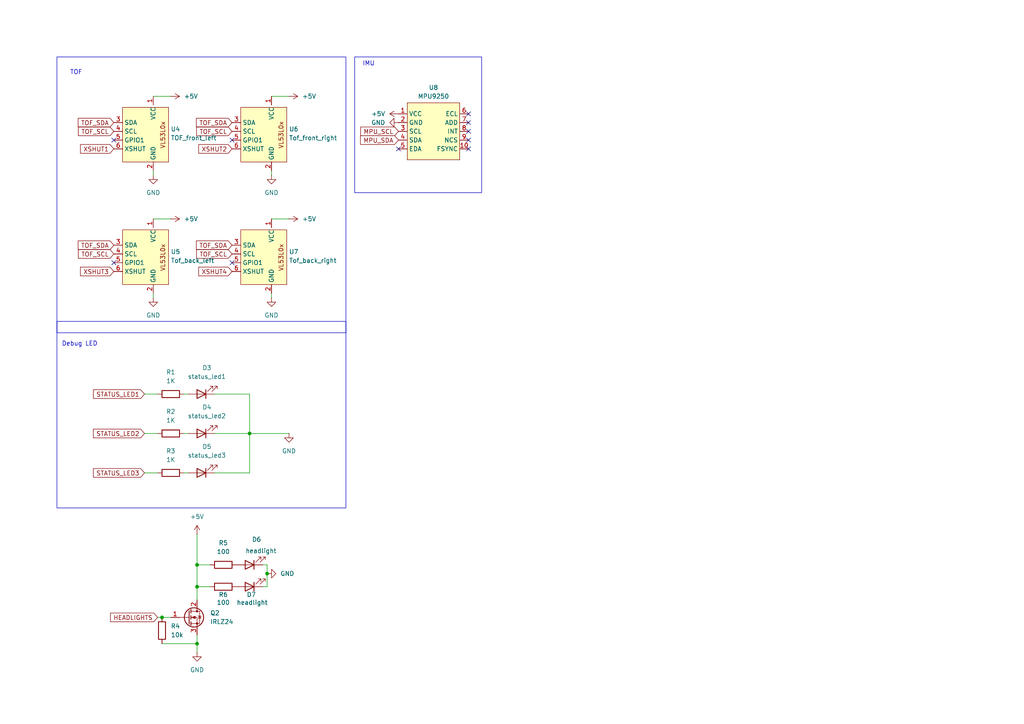
<source format=kicad_sch>
(kicad_sch (version 20250114) (generator "eeschema") (generator_version "9.0")
  (paper "A4")
  (lib_symbols
    (symbol "Device:LED" (pin_numbers (hide yes)) (pin_names (offset 1.016) (hide yes))
      (property "Reference" "D" (at 0 2.54 0))
      (property "Value" "LED" (at 0 -2.54 0))
      (symbol "LED_0_1"
        (polyline (pts (xy -3.048 -0.762) (xy -4.572 -2.286) (xy -3.81 -2.286) (xy -4.572 -2.286) (xy -4.572 -1.524)))
        (polyline (pts (xy -1.778 -0.762) (xy -3.302 -2.286) (xy -2.54 -2.286) (xy -3.302 -2.286) (xy -3.302 -1.524)))
        (polyline (pts (xy -1.27 0) (xy 1.27 0)))
        (polyline (pts (xy -1.27 -1.27) (xy -1.27 1.27)) (stroke (width 0.254)))
        (polyline (pts (xy 1.27 -1.27) (xy 1.27 1.27) (xy -1.27 0) (xy 1.27 -1.27)) (stroke (width 0.254)))
      )
      (symbol "LED_1_1"
        (pin passive line (at -3.81 0 0) (length 2.54) (name "K") (number "1"))
        (pin passive line (at 3.81 0 180) (length 2.54) (name "A") (number "2"))
      )
    )
    (symbol "Device:R" (pin_numbers (hide yes)) (pin_names (offset 0))
      (property "Reference" "R" (at 2.032 0 90))
      (property "Value" "R" (at 0 0 90))
      (symbol "R_0_1"
        (rectangle (start -1.016 -2.54) (end 1.016 2.54) (stroke (width 0.254)))
      )
      (symbol "R_1_1"
        (pin passive line (at 0 3.81 270) (length 1.27) (name "~") (number "1"))
        (pin passive line (at 0 -3.81 90) (length 1.27) (name "~") (number "2"))
      )
    )
    (symbol "Transistor_FET:IRLZ24" (pin_names (hide yes))
      (property "Reference" "Q" (at 5.08 1.905 0))
      (property "Value" "IRLZ24" (at 5.08 0 0))
      (symbol "IRLZ24_0_1"
        (polyline (pts (xy 0.254 1.905) (xy 0.254 -1.905)) (stroke (width 0.254)))
        (polyline (pts (xy 0.254 0) (xy -2.54 0)))
        (polyline (pts (xy 0.762 2.286) (xy 0.762 1.27)) (stroke (width 0.254)))
        (polyline (pts (xy 0.762 0.508) (xy 0.762 -0.508)) (stroke (width 0.254)))
        (polyline (pts (xy 0.762 -1.27) (xy 0.762 -2.286)) (stroke (width 0.254)))
        (polyline (pts (xy 0.762 -1.778) (xy 3.302 -1.778) (xy 3.302 1.778) (xy 0.762 1.778)))
        (polyline (pts (xy 1.016 0) (xy 2.032 0.381) (xy 2.032 -0.381) (xy 1.016 0)) (fill (type outline)))
        (circle (center 1.651 0) (radius 2.794) (stroke (width 0.254)))
        (polyline (pts (xy 2.54 2.54) (xy 2.54 1.778)))
        (circle (center 2.54 1.778) (radius 0.254) (fill (type outline)))
        (circle (center 2.54 -1.778) (radius 0.254) (fill (type outline)))
        (polyline (pts (xy 2.54 -2.54) (xy 2.54 0) (xy 0.762 0)))
        (polyline (pts (xy 2.794 0.508) (xy 2.921 0.381) (xy 3.683 0.381) (xy 3.81 0.254)))
        (polyline (pts (xy 3.302 0.381) (xy 2.921 -0.254) (xy 3.683 -0.254) (xy 3.302 0.381)))
      )
      (symbol "IRLZ24_1_1"
        (pin input line (at -5.08 0 0) (length 2.54) (name "G") (number "1"))
        (pin passive line (at 2.54 5.08 270) (length 2.54) (name "D") (number "2"))
        (pin passive line (at 2.54 -5.08 90) (length 2.54) (name "S") (number "3"))
      )
    )
    (symbol "mpu9250:MPU9250"
      (property "Reference" "U" (at 0 9.398 0))
      (property "Value" "MPU9250" (at 0.254 0.508 90))
      (symbol "MPU9250_0_1"
        (rectangle (start -7.62 8.255) (end 7.62 -8.255) (fill (type background)))
      )
      (symbol "MPU9250_1_1"
        (pin power_in line (at -10.16 5.08 0) (length 2.54) (name "VCC") (number "1"))
        (pin power_in line (at -10.16 2.54 0) (length 2.54) (name "GND") (number "2"))
        (pin input line (at -10.16 0 0) (length 2.54) (name "SCL") (number "3"))
        (pin input line (at -10.16 -2.54 0) (length 2.54) (name "SDA") (number "4"))
        (pin input line (at -10.16 -5.08 0) (length 2.54) (name "EDA") (number "5"))
        (pin input line (at 10.16 5.08 180) (length 2.54) (name "ECL") (number "6"))
        (pin input line (at 10.16 2.54 180) (length 2.54) (name "ADD") (number "7"))
        (pin input line (at 10.16 0 180) (length 2.54) (name "INT") (number "8"))
        (pin input line (at 10.16 -2.54 180) (length 2.54) (name "NCS") (number "9"))
        (pin input line (at 10.16 -5.08 180) (length 2.54) (name "FSYNC") (number "10"))
      )
    )
    (symbol "power:+5V" (power) (pin_numbers (hide yes)) (pin_names (offset 0) (hide yes))
      (property "Value" "+5V" (at 0 3.556 0))
      (symbol "+5V_0_1"
        (polyline (pts (xy -0.762 1.27) (xy 0 2.54)))
        (polyline (pts (xy 0 2.54) (xy 0.762 1.27)))
        (polyline (pts (xy 0 0) (xy 0 2.54)))
      )
      (symbol "+5V_1_1"
        (pin power_in line (at 0 0 90) (length 0) (name "~") (number "1"))
      )
    )
    (symbol "power:GND" (power) (pin_numbers (hide yes)) (pin_names (offset 0) (hide yes))
      (property "Value" "GND" (at 0 -3.81 0))
      (symbol "GND_0_1"
        (polyline (pts (xy 0 0) (xy 0 -1.27) (xy 1.27 -1.27) (xy 0 -2.54) (xy -1.27 -1.27) (xy 0 -1.27)))
      )
      (symbol "GND_1_1"
        (pin power_in line (at 0 0 270) (length 0) (name "~") (number "1"))
      )
    )
    (symbol "vl53l0x_breakout:VL53L0x_Breakout"
      (property "Reference" "U" (at 4.826 9.652 0))
      (symbol "VL53L0x_Breakout_0_1"
        (rectangle (start -6.35 8.255) (end 6.985 -7.62) (fill (type background)))
      )
      (symbol "VL53L0x_Breakout_1_1"
        (text "VL53L0x" (at 5.334 0.254 900) (effects (font (size 1.27 1.27))))
        (pin input line (at -8.89 3.81 0) (length 2.54) (name "SDA") (number "3"))
        (pin input line (at -8.89 1.27 0) (length 2.54) (name "SCL") (number "4"))
        (pin input line (at -8.89 -1.27 0) (length 2.54) (name "GPIO1") (number "5"))
        (pin input line (at -8.89 -3.81 0) (length 2.54) (name "XSHUT") (number "6"))
        (pin power_in line (at 2.54 11.43 270) (length 2.54) (name "VCC") (number "1"))
        (pin power_in line (at 2.54 -10.16 90) (length 2.54) (name "GND") (number "2"))
      )
    )
  )
  (rectangle (start 16.51 93.218) (end 100.33 147.32))
  (rectangle (start 16.51 16.51) (end 100.33 96.52))
  (rectangle (start 102.87 16.51) (end 139.7 55.88))
  (text "IMU" (at 106.934 18.542 0) (effects (font (size 1.27 1.27))))
  (text "Debug LED" (at 23.114 99.822 0) (effects (font (size 1.27 1.27))))
  (text "TOF\n" (at 22.098 21.082 0) (effects (font (size 1.27 1.27))))
  (junction (at 57.15 163.83))
  (junction (at 46.99 179.07))
  (junction (at 72.39 125.73))
  (junction (at 77.47 166.37))
  (junction (at 57.15 186.69))
  (junction (at 57.15 170.18))
  (no_connect (at 135.89 35.56))
  (no_connect (at 135.89 33.02))
  (no_connect (at 67.31 40.64))
  (no_connect (at 135.89 43.18))
  (no_connect (at 115.57 43.18))
  (no_connect (at 67.31 76.2))
  (no_connect (at 33.02 76.2))
  (no_connect (at 33.02 40.64))
  (no_connect (at 135.89 40.64))
  (no_connect (at 135.89 38.1))
  (wire (pts (xy 57.15 189.23) (xy 57.15 186.69)))
  (wire (pts (xy 83.82 27.94) (xy 78.74 27.94)))
  (wire (pts (xy 53.34 137.16) (xy 54.61 137.16)))
  (wire (pts (xy 44.45 86.36) (xy 44.45 85.09)))
  (wire (pts (xy 57.15 186.69) (xy 57.15 184.15)))
  (wire (pts (xy 78.74 86.36) (xy 78.74 85.09)))
  (wire (pts (xy 57.15 163.83) (xy 57.15 170.18)))
  (wire (pts (xy 49.53 27.94) (xy 44.45 27.94)))
  (wire (pts (xy 72.39 114.3) (xy 72.39 125.73)))
  (wire (pts (xy 72.39 137.16) (xy 72.39 125.73)))
  (wire (pts (xy 60.96 163.83) (xy 57.15 163.83)))
  (wire (pts (xy 78.74 50.8) (xy 78.74 49.53)))
  (wire (pts (xy 41.91 137.16) (xy 45.72 137.16)))
  (wire (pts (xy 76.2 163.83) (xy 77.47 163.83)))
  (wire (pts (xy 53.34 114.3) (xy 54.61 114.3)))
  (wire (pts (xy 46.99 186.69) (xy 57.15 186.69)))
  (wire (pts (xy 62.23 114.3) (xy 72.39 114.3)))
  (wire (pts (xy 62.23 125.73) (xy 72.39 125.73)))
  (wire (pts (xy 83.82 63.5) (xy 78.74 63.5)))
  (wire (pts (xy 41.91 125.73) (xy 45.72 125.73)))
  (wire (pts (xy 77.47 170.18) (xy 77.47 166.37)))
  (wire (pts (xy 57.15 154.94) (xy 57.15 163.83)))
  (wire (pts (xy 76.2 170.18) (xy 77.47 170.18)))
  (wire (pts (xy 41.91 114.3) (xy 45.72 114.3)))
  (wire (pts (xy 72.39 125.73) (xy 83.82 125.73)))
  (wire (pts (xy 44.45 63.5) (xy 49.53 63.5)))
  (wire (pts (xy 45.72 179.07) (xy 46.99 179.07)))
  (wire (pts (xy 62.23 137.16) (xy 72.39 137.16)))
  (wire (pts (xy 77.47 163.83) (xy 77.47 166.37)))
  (wire (pts (xy 57.15 170.18) (xy 60.96 170.18)))
  (wire (pts (xy 53.34 125.73) (xy 54.61 125.73)))
  (wire (pts (xy 57.15 170.18) (xy 57.15 173.99)))
  (wire (pts (xy 44.45 50.8) (xy 44.45 49.53)))
  (wire (pts (xy 46.99 179.07) (xy 49.53 179.07)))
  (global_label "XSHUT2" (shape input) (at 67.31 43.18 180) (property "Intersheetrefs" "${INTERSHEET_REFS}" (effects (hide yes))))
  (global_label "STATUS_LED3" (shape input) (at 41.91 137.16 180) (property "Intersheetrefs" "${INTERSHEET_REFS}" (effects (hide yes))))
  (global_label "TOF_SCL" (shape input) (at 67.31 73.66 180) (property "Intersheetrefs" "${INTERSHEET_REFS}" (effects (hide yes))))
  (global_label "XSHUT3" (shape input) (at 33.02 78.74 180) (property "Intersheetrefs" "${INTERSHEET_REFS}" (effects (hide yes))))
  (global_label "TOF_SDA" (shape input) (at 33.02 35.56 180) (property "Intersheetrefs" "${INTERSHEET_REFS}" (effects (hide yes))))
  (global_label "STATUS_LED1" (shape input) (at 41.91 114.3 180) (property "Intersheetrefs" "${INTERSHEET_REFS}" (effects (hide yes))))
  (global_label "TOF_SDA" (shape input) (at 67.31 35.56 180) (property "Intersheetrefs" "${INTERSHEET_REFS}" (effects (hide yes))))
  (global_label "TOF_SCL" (shape input) (at 33.02 73.66 180) (property "Intersheetrefs" "${INTERSHEET_REFS}" (effects (hide yes))))
  (global_label "MPU_SCL" (shape input) (at 115.57 38.1 180) (property "Intersheetrefs" "${INTERSHEET_REFS}" (effects (hide yes))))
  (global_label "TOF_SCL" (shape input) (at 67.31 38.1 180) (property "Intersheetrefs" "${INTERSHEET_REFS}" (effects (hide yes))))
  (global_label "HEADLIGHTS" (shape input) (at 45.72 179.07 180) (property "Intersheetrefs" "${INTERSHEET_REFS}" (effects (hide yes))))
  (global_label "TOF_SCL" (shape input) (at 33.02 38.1 180) (property "Intersheetrefs" "${INTERSHEET_REFS}" (effects (hide yes))))
  (global_label "TOF_SDA" (shape input) (at 33.02 71.12 180) (property "Intersheetrefs" "${INTERSHEET_REFS}" (effects (hide yes))))
  (global_label "XSHUT4" (shape input) (at 67.31 78.74 180) (property "Intersheetrefs" "${INTERSHEET_REFS}" (effects (hide yes))))
  (global_label "STATUS_LED2" (shape input) (at 41.91 125.73 180) (property "Intersheetrefs" "${INTERSHEET_REFS}" (effects (hide yes))))
  (global_label "MPU_SDA" (shape input) (at 115.57 40.64 180) (property "Intersheetrefs" "${INTERSHEET_REFS}" (effects (hide yes))))
  (global_label "XSHUT1" (shape input) (at 33.02 43.18 180) (property "Intersheetrefs" "${INTERSHEET_REFS}" (effects (hide yes))))
  (global_label "TOF_SDA" (shape input) (at 67.31 71.12 180) (property "Intersheetrefs" "${INTERSHEET_REFS}" (effects (hide yes))))
  (symbol (lib_id "power:GND") (at 57.15 189.23 0) (unit 1)
    (property "Reference" "#PWR022" (effects (hide yes)))
    (property "Value" "GND" (at 57.15 194.31 0))
    (property "Description" "Power symbol creates a global label with name \"GND\" , ground" (effects (hide yes)))
  )
  (symbol (lib_id "Device:LED") (at 58.42 137.16 180) (unit 1)
    (property "Reference" "D5" (at 60.0075 129.54 0))
    (property "Value" "status_led3" (at 60.0075 132.08 0))
    (property "Footprint" "Connector_PinHeader_2.54mm:PinHeader_1x02_P2.54mm_Vertical" (effects (hide yes)))
    (property "Description" "Light emitting diode" (effects (hide yes)))
    (property "Sim.Pins" "1=K 2=A" (effects (hide yes)))
  )
  (symbol (lib_id "power:GND") (at 77.47 166.37 90) (unit 1)
    (property "Reference" "#PWR038" (effects (hide yes)))
    (property "Value" "GND" (at 81.28 166.3699 90) (effects (justify right)))
    (property "Description" "Power symbol creates a global label with name \"GND\" , ground" (effects (hide yes)))
  )
  (symbol (lib_id "vl53l0x_breakout:VL53L0x_Breakout") (at 41.91 74.93 0) (unit 1)
    (property "Reference" "U5" (at 49.53 73.0249 0) (effects (justify left)))
    (property "Value" "Tof_back_left" (at 49.53 75.5649 0) (effects (justify left)))
    (property "Footprint" "Connector_JST:JST_XH_B6B-XH-AM_1x06_P2.50mm_Vertical" (effects (hide yes)))
  )
  (symbol (lib_id "Device:R") (at 49.53 137.16 90) (unit 1)
    (property "Reference" "R3" (at 49.53 130.81 90))
    (property "Value" "1K" (at 49.53 133.35 90))
    (property "Footprint" "Resistor_THT:R_Axial_DIN0204_L3.6mm_D1.6mm_P2.54mm_Vertical" (effects (hide yes)))
    (property "Description" "Resistor" (effects (hide yes)))
  )
  (symbol (lib_id "Device:R") (at 49.53 125.73 90) (unit 1)
    (property "Reference" "R2" (at 49.53 119.38 90))
    (property "Value" "1K" (at 49.53 121.92 90))
    (property "Footprint" "Resistor_THT:R_Axial_DIN0204_L3.6mm_D1.6mm_P2.54mm_Vertical" (effects (hide yes)))
    (property "Description" "Resistor" (effects (hide yes)))
  )
  (symbol (lib_id "power:GND") (at 115.57 35.56 270) (unit 1)
    (property "Reference" "#PWR037" (effects (hide yes)))
    (property "Value" "GND" (at 111.76 35.5599 90) (effects (justify right)))
    (property "Description" "Power symbol creates a global label with name \"GND\" , ground" (effects (hide yes)))
  )
  (symbol (lib_id "power:GND") (at 78.74 50.8 0) (unit 1)
    (property "Reference" "#PWR027" (effects (hide yes)))
    (property "Value" "GND" (at 78.74 55.88 0))
    (property "Description" "Power symbol creates a global label with name \"GND\" , ground" (effects (hide yes)))
  )
  (symbol (lib_id "Device:LED") (at 58.42 125.73 180) (unit 1)
    (property "Reference" "D4" (at 60.0075 118.11 0))
    (property "Value" "status_led2" (at 60.0075 120.65 0))
    (property "Footprint" "Connector_PinHeader_2.54mm:PinHeader_1x02_P2.54mm_Vertical" (effects (hide yes)))
    (property "Description" "Light emitting diode" (effects (hide yes)))
    (property "Sim.Pins" "1=K 2=A" (effects (hide yes)))
  )
  (symbol (lib_id "power:+5V") (at 49.53 63.5 270) (unit 1)
    (property "Reference" "#PWR026" (effects (hide yes)))
    (property "Value" "+5V" (at 53.34 63.4999 90) (effects (justify left)))
    (property "Description" "Power symbol creates a global label with name \"+5V\"" (effects (hide yes)))
  )
  (symbol (lib_id "power:+5V") (at 83.82 63.5 270) (unit 1)
    (property "Reference" "#PWR030" (effects (hide yes)))
    (property "Value" "+5V" (at 87.63 63.4999 90) (effects (justify left)))
    (property "Description" "Power symbol creates a global label with name \"+5V\"" (effects (hide yes)))
  )
  (symbol (lib_id "Transistor_FET:IRLZ24") (at 54.61 179.07 0) (unit 1)
    (property "Reference" "Q2" (at 60.96 177.7999 0) (effects (justify left)))
    (property "Value" "IRLZ24" (at 60.96 180.3399 0) (effects (justify left)))
    (property "Footprint" "Package_TO_SOT_THT:TO-220-3_Vertical" (effects (hide yes)))
    (property "Datasheet" "https://www.vishay.com/docs/91326/sihlz24.pdf" (effects (hide yes)))
    (property "Description" "17A Id, 60V Vds, N-Channel Power MOSFET, TO-220AB" (effects (hide yes)))
  )
  (symbol (lib_id "vl53l0x_breakout:VL53L0x_Breakout") (at 76.2 39.37 0) (unit 1)
    (property "Reference" "U6" (at 83.82 37.4649 0) (effects (justify left)))
    (property "Value" "Tof_front_right" (at 83.82 40.0049 0) (effects (justify left)))
    (property "Footprint" "Connector_JST:JST_XH_B6B-XH-AM_1x06_P2.50mm_Vertical" (effects (hide yes)))
  )
  (symbol (lib_id "power:GND") (at 83.82 125.73 0) (unit 1)
    (property "Reference" "#PWR031" (effects (hide yes)))
    (property "Value" "GND" (at 83.82 130.81 0))
    (property "Description" "Power symbol creates a global label with name \"GND\" , ground" (effects (hide yes)))
  )
  (symbol (lib_id "Device:R") (at 64.77 170.18 90) (unit 1)
    (property "Reference" "R6" (at 64.77 172.466 90))
    (property "Value" "100" (at 64.77 174.752 90))
    (property "Footprint" "Resistor_THT:R_Axial_DIN0204_L3.6mm_D1.6mm_P5.08mm_Horizontal" (effects (hide yes)))
    (property "Description" "Resistor" (effects (hide yes)))
  )
  (symbol (lib_id "power:+5V") (at 57.15 154.94 0) (unit 1)
    (property "Reference" "#PWR021" (effects (hide yes)))
    (property "Value" "+5V" (at 57.15 149.86 0))
    (property "Description" "Power symbol creates a global label with name \"+5V\"" (effects (hide yes)))
  )
  (symbol (lib_id "Device:LED") (at 72.39 170.18 180) (unit 1)
    (property "Reference" "D7" (at 72.898 172.466 0))
    (property "Value" "headlight" (at 73.152 174.752 0))
    (property "Footprint" "Connector_PinHeader_2.54mm:PinHeader_1x02_P2.54mm_Vertical" (effects (hide yes)))
    (property "Description" "Light emitting diode" (effects (hide yes)))
    (property "Sim.Pins" "1=K 2=A" (effects (hide yes)))
  )
  (symbol (lib_id "Device:R") (at 46.99 182.88 0) (unit 1)
    (property "Reference" "R4" (at 49.53 181.6099 0) (effects (justify left)))
    (property "Value" "10k" (at 49.53 184.1499 0) (effects (justify left)))
    (property "Footprint" "Resistor_THT:R_Axial_DIN0204_L3.6mm_D1.6mm_P5.08mm_Horizontal" (effects (hide yes)))
    (property "Description" "Resistor" (effects (hide yes)))
  )
  (symbol (lib_id "mpu9250:MPU9250") (at 125.73 38.1 0) (unit 1)
    (property "Reference" "U8" (at 125.73 25.4 0))
    (property "Value" "MPU9250" (at 125.73 27.94 0))
    (property "Footprint" "Connector_PinHeader_2.54mm:PinHeader_1x10_P2.54mm_Vertical" (effects (hide yes)))
  )
  (symbol (lib_id "power:GND") (at 78.74 86.36 0) (unit 1)
    (property "Reference" "#PWR028" (effects (hide yes)))
    (property "Value" "GND" (at 78.74 91.44 0))
    (property "Description" "Power symbol creates a global label with name \"GND\" , ground" (effects (hide yes)))
  )
  (symbol (lib_id "power:GND") (at 44.45 86.36 0) (unit 1)
    (property "Reference" "#PWR019" (effects (hide yes)))
    (property "Value" "GND" (at 44.45 91.44 0))
    (property "Description" "Power symbol creates a global label with name \"GND\" , ground" (effects (hide yes)))
  )
  (symbol (lib_id "vl53l0x_breakout:VL53L0x_Breakout") (at 76.2 74.93 0) (unit 1)
    (property "Reference" "U7" (at 83.82 73.0249 0) (effects (justify left)))
    (property "Value" "Tof_back_right" (at 83.82 75.5649 0) (effects (justify left)))
    (property "Footprint" "Connector_JST:JST_XH_B6B-XH-AM_1x06_P2.50mm_Vertical" (effects (hide yes)))
  )
  (symbol (lib_id "power:GND") (at 44.45 50.8 0) (unit 1)
    (property "Reference" "#PWR018" (effects (hide yes)))
    (property "Value" "GND" (at 44.45 55.88 0))
    (property "Description" "Power symbol creates a global label with name \"GND\" , ground" (effects (hide yes)))
  )
  (symbol (lib_id "power:+5V") (at 49.53 27.94 270) (unit 1)
    (property "Reference" "#PWR025" (effects (hide yes)))
    (property "Value" "+5V" (at 53.34 27.9399 90) (effects (justify left)))
    (property "Description" "Power symbol creates a global label with name \"+5V\"" (effects (hide yes)))
  )
  (symbol (lib_id "power:+5V") (at 83.82 27.94 270) (unit 1)
    (property "Reference" "#PWR029" (effects (hide yes)))
    (property "Value" "+5V" (at 87.63 27.9399 90) (effects (justify left)))
    (property "Description" "Power symbol creates a global label with name \"+5V\"" (effects (hide yes)))
  )
  (symbol (lib_id "vl53l0x_breakout:VL53L0x_Breakout") (at 41.91 39.37 0) (unit 1)
    (property "Reference" "U4" (at 49.53 37.4649 0) (effects (justify left)))
    (property "Value" "TOF_front_left" (at 49.53 40.0049 0) (effects (justify left)))
    (property "Footprint" "Connector_JST:JST_XH_B6B-XH-AM_1x06_P2.50mm_Vertical" (effects (hide yes)))
  )
  (symbol (lib_id "power:+5V") (at 115.57 33.02 90) (unit 1)
    (property "Reference" "#PWR032" (effects (hide yes)))
    (property "Value" "+5V" (at 111.76 33.0199 90) (effects (justify left)))
    (property "Description" "Power symbol creates a global label with name \"+5V\"" (effects (hide yes)))
  )
  (symbol (lib_id "Device:LED") (at 58.42 114.3 180) (unit 1)
    (property "Reference" "D3" (at 60.0075 106.68 0))
    (property "Value" "status_led1" (at 60.0075 109.22 0))
    (property "Footprint" "Connector_PinHeader_2.54mm:PinHeader_1x02_P2.54mm_Vertical" (effects (hide yes)))
    (property "Description" "Light emitting diode" (effects (hide yes)))
    (property "Sim.Pins" "1=K 2=A" (effects (hide yes)))
  )
  (symbol (lib_id "Device:R") (at 64.77 163.83 90) (unit 1)
    (property "Reference" "R5" (at 64.77 157.48 90))
    (property "Value" "100" (at 64.77 160.02 90))
    (property "Footprint" "Resistor_THT:R_Axial_DIN0204_L3.6mm_D1.6mm_P5.08mm_Horizontal" (effects (hide yes)))
    (property "Description" "Resistor" (effects (hide yes)))
  )
  (symbol (lib_id "Device:LED") (at 72.39 163.83 180) (unit 1)
    (property "Reference" "D6" (at 74.422 156.464 0))
    (property "Value" "headlight" (at 75.692 159.766 0))
    (property "Footprint" "Connector_PinHeader_2.54mm:PinHeader_1x02_P2.54mm_Vertical" (effects (hide yes)))
    (property "Description" "Light emitting diode" (effects (hide yes)))
    (property "Sim.Pins" "1=K 2=A" (effects (hide yes)))
  )
  (symbol (lib_id "Device:R") (at 49.53 114.3 90) (unit 1)
    (property "Reference" "R1" (at 49.53 107.95 90))
    (property "Value" "1K" (at 49.53 110.49 90))
    (property "Footprint" "Resistor_THT:R_Axial_DIN0204_L3.6mm_D1.6mm_P2.54mm_Vertical" (effects (hide yes)))
    (property "Description" "Resistor" (effects (hide yes)))
  )
)
</source>
